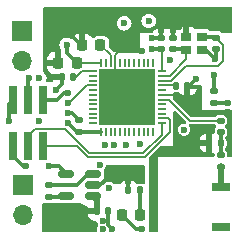
<source format=gbr>
%TF.GenerationSoftware,KiCad,Pcbnew,7.0.10*%
%TF.CreationDate,2024-03-11T17:01:08-07:00*%
%TF.ProjectId,P2.0,50322e30-2e6b-4696-9361-645f70636258,rev?*%
%TF.SameCoordinates,Original*%
%TF.FileFunction,Copper,L1,Top*%
%TF.FilePolarity,Positive*%
%FSLAX46Y46*%
G04 Gerber Fmt 4.6, Leading zero omitted, Abs format (unit mm)*
G04 Created by KiCad (PCBNEW 7.0.10) date 2024-03-11 17:01:08*
%MOMM*%
%LPD*%
G01*
G04 APERTURE LIST*
G04 Aperture macros list*
%AMRoundRect*
0 Rectangle with rounded corners*
0 $1 Rounding radius*
0 $2 $3 $4 $5 $6 $7 $8 $9 X,Y pos of 4 corners*
0 Add a 4 corners polygon primitive as box body*
4,1,4,$2,$3,$4,$5,$6,$7,$8,$9,$2,$3,0*
0 Add four circle primitives for the rounded corners*
1,1,$1+$1,$2,$3*
1,1,$1+$1,$4,$5*
1,1,$1+$1,$6,$7*
1,1,$1+$1,$8,$9*
0 Add four rect primitives between the rounded corners*
20,1,$1+$1,$2,$3,$4,$5,0*
20,1,$1+$1,$4,$5,$6,$7,0*
20,1,$1+$1,$6,$7,$8,$9,0*
20,1,$1+$1,$8,$9,$2,$3,0*%
G04 Aperture macros list end*
%TA.AperFunction,SMDPad,CuDef*%
%ADD10RoundRect,0.140000X0.140000X0.170000X-0.140000X0.170000X-0.140000X-0.170000X0.140000X-0.170000X0*%
%TD*%
%TA.AperFunction,SMDPad,CuDef*%
%ADD11RoundRect,0.135000X-0.135000X-0.185000X0.135000X-0.185000X0.135000X0.185000X-0.135000X0.185000X0*%
%TD*%
%TA.AperFunction,SMDPad,CuDef*%
%ADD12R,1.600000X0.800000*%
%TD*%
%TA.AperFunction,SMDPad,CuDef*%
%ADD13RoundRect,0.147500X-0.172500X0.147500X-0.172500X-0.147500X0.172500X-0.147500X0.172500X0.147500X0*%
%TD*%
%TA.AperFunction,SMDPad,CuDef*%
%ADD14RoundRect,0.150000X0.512500X0.150000X-0.512500X0.150000X-0.512500X-0.150000X0.512500X-0.150000X0*%
%TD*%
%TA.AperFunction,SMDPad,CuDef*%
%ADD15RoundRect,0.140000X0.170000X-0.140000X0.170000X0.140000X-0.170000X0.140000X-0.170000X-0.140000X0*%
%TD*%
%TA.AperFunction,ComponentPad*%
%ADD16R,1.700000X1.700000*%
%TD*%
%TA.AperFunction,ComponentPad*%
%ADD17O,1.700000X1.700000*%
%TD*%
%TA.AperFunction,SMDPad,CuDef*%
%ADD18R,0.850000X0.750000*%
%TD*%
%TA.AperFunction,SMDPad,CuDef*%
%ADD19RoundRect,0.140000X-0.170000X0.140000X-0.170000X-0.140000X0.170000X-0.140000X0.170000X0.140000X0*%
%TD*%
%TA.AperFunction,SMDPad,CuDef*%
%ADD20RoundRect,0.147500X-0.147500X-0.172500X0.147500X-0.172500X0.147500X0.172500X-0.147500X0.172500X0*%
%TD*%
%TA.AperFunction,SMDPad,CuDef*%
%ADD21RoundRect,0.225000X0.225000X0.250000X-0.225000X0.250000X-0.225000X-0.250000X0.225000X-0.250000X0*%
%TD*%
%TA.AperFunction,SMDPad,CuDef*%
%ADD22RoundRect,0.135000X-0.185000X0.135000X-0.185000X-0.135000X0.185000X-0.135000X0.185000X0.135000X0*%
%TD*%
%TA.AperFunction,SMDPad,CuDef*%
%ADD23R,0.760000X2.400000*%
%TD*%
%TA.AperFunction,SMDPad,CuDef*%
%ADD24RoundRect,0.218750X-0.218750X-0.256250X0.218750X-0.256250X0.218750X0.256250X-0.218750X0.256250X0*%
%TD*%
%TA.AperFunction,SMDPad,CuDef*%
%ADD25R,0.762000X0.203200*%
%TD*%
%TA.AperFunction,SMDPad,CuDef*%
%ADD26R,0.203200X0.762000*%
%TD*%
%TA.AperFunction,SMDPad,CuDef*%
%ADD27R,4.699000X4.699000*%
%TD*%
%TA.AperFunction,ViaPad*%
%ADD28C,0.600000*%
%TD*%
%TA.AperFunction,ViaPad*%
%ADD29C,0.800000*%
%TD*%
%TA.AperFunction,Conductor*%
%ADD30C,0.300000*%
%TD*%
%TA.AperFunction,Conductor*%
%ADD31C,0.150000*%
%TD*%
%TA.AperFunction,Conductor*%
%ADD32C,0.500000*%
%TD*%
G04 APERTURE END LIST*
D10*
%TO.P,C11,1*%
%TO.N,GND*%
X83780000Y-67000000D03*
%TO.P,C11,2*%
%TO.N,-3V3*%
X82820000Y-67000000D03*
%TD*%
D11*
%TO.P,R18,1*%
%TO.N,+3V3*%
X85490000Y-65250000D03*
%TO.P,R18,2*%
%TO.N,Net-(D1-A)*%
X86510000Y-65250000D03*
%TD*%
D10*
%TO.P,C17,1*%
%TO.N,GND*%
X90480000Y-56400000D03*
%TO.P,C17,2*%
%TO.N,Net-(U5-DEC3)*%
X89520000Y-56400000D03*
%TD*%
D12*
%TO.P,AE1,1,FEED*%
%TO.N,Net-(AE1-FEED)*%
X93300000Y-64962500D03*
%TO.P,AE1,2,PCB_Trace*%
%TO.N,unconnected-(AE1-PCB_Trace-Pad2)*%
X93300000Y-68362500D03*
%TD*%
D13*
%TO.P,L2,1,1*%
%TO.N,Net-(C15-Pad1)*%
X93300000Y-62262500D03*
%TO.P,L2,2,2*%
%TO.N,Net-(AE1-FEED)*%
X93300000Y-63232500D03*
%TD*%
D14*
%TO.P,U4,1,OUT*%
%TO.N,-3V3*%
X82500000Y-65750000D03*
%TO.P,U4,2,IN*%
%TO.N,+3V3*%
X82500000Y-64800000D03*
%TO.P,U4,3,CFLY-*%
%TO.N,Net-(U4-CFLY-)*%
X82500000Y-63850000D03*
%TO.P,U4,4,GND*%
%TO.N,GND*%
X80225000Y-63850000D03*
%TO.P,U4,5,CFLY+*%
%TO.N,Net-(U4-CFLY+)*%
X80225000Y-65750000D03*
%TD*%
D15*
%TO.P,C14,1*%
%TO.N,+3V3*%
X81300000Y-60260000D03*
%TO.P,C14,2*%
%TO.N,GND*%
X81300000Y-59300000D03*
%TD*%
D16*
%TO.P,J1,1,Pin_1*%
%TO.N,/EEG-*%
X76500000Y-51750000D03*
D17*
%TO.P,J1,2,Pin_2*%
%TO.N,/EEG+*%
X76500000Y-54290000D03*
%TD*%
D18*
%TO.P,Y1,1,1*%
%TO.N,Net-(U5-XC2)*%
X90378999Y-53329001D03*
%TO.P,Y1,2,2*%
%TO.N,GND*%
X91728999Y-53329001D03*
%TO.P,Y1,3,3*%
%TO.N,Net-(U5-XC1)*%
X91728999Y-52279001D03*
%TO.P,Y1,4,4*%
%TO.N,GND*%
X90378999Y-52279001D03*
%TD*%
D19*
%TO.P,C13,1*%
%TO.N,GND*%
X88278999Y-52319001D03*
%TO.P,C13,2*%
%TO.N,+3V3*%
X88278999Y-53279001D03*
%TD*%
D10*
%TO.P,C12,1*%
%TO.N,Net-(U5-DEC1)*%
X80805000Y-55650000D03*
%TO.P,C12,2*%
%TO.N,GND*%
X79845000Y-55650000D03*
%TD*%
D20*
%TO.P,L3,1,1*%
%TO.N,GND*%
X92330000Y-61250000D03*
%TO.P,L3,2,2*%
%TO.N,Net-(C15-Pad1)*%
X93300000Y-61250000D03*
%TD*%
D15*
%TO.P,C18,1*%
%TO.N,GND*%
X92878999Y-53279001D03*
%TO.P,C18,2*%
%TO.N,Net-(U5-XC1)*%
X92878999Y-52319001D03*
%TD*%
D21*
%TO.P,C19,1*%
%TO.N,Net-(U5-DEC4)*%
X83125000Y-52950000D03*
%TO.P,C19,2*%
%TO.N,GND*%
X81575000Y-52950000D03*
%TD*%
D22*
%TO.P,R13,1*%
%TO.N,Net-(U2-IN2-)*%
X92700000Y-56790000D03*
%TO.P,R13,2*%
%TO.N,Net-(C3-Pad2)*%
X92700000Y-57810000D03*
%TD*%
D19*
%TO.P,C16,1*%
%TO.N,GND*%
X89228999Y-52319001D03*
%TO.P,C16,2*%
%TO.N,Net-(U5-XC2)*%
X89228999Y-53279001D03*
%TD*%
D21*
%TO.P,C20,1*%
%TO.N,+3V3*%
X81100000Y-54450000D03*
%TO.P,C20,2*%
%TO.N,GND*%
X79550000Y-54450000D03*
%TD*%
D23*
%TO.P,J2,1,Pin_1*%
%TO.N,-3V3*%
X75710000Y-57600000D03*
%TO.P,J2,2,Pin_2*%
%TO.N,+3V3*%
X76980000Y-57600000D03*
%TO.P,J2,3,Pin_3*%
%TO.N,STAGE_3_OUT*%
X78250000Y-57600000D03*
%TO.P,J2,4,Pin_4*%
%TO.N,SWDIO*%
X78250000Y-61500000D03*
%TO.P,J2,5,Pin_5*%
%TO.N,SWDCLK*%
X76980000Y-61500000D03*
%TO.P,J2,6,Pin_6*%
%TO.N,GND*%
X75710000Y-61500000D03*
%TD*%
D15*
%TO.P,C15,1*%
%TO.N,Net-(C15-Pad1)*%
X93300000Y-60300000D03*
%TO.P,C15,2*%
%TO.N,Net-(U5-ANT)*%
X93300000Y-59340000D03*
%TD*%
D24*
%TO.P,D1,1,K*%
%TO.N,GND*%
X84925000Y-67300000D03*
%TO.P,D1,2,A*%
%TO.N,Net-(D1-A)*%
X86500000Y-67300000D03*
%TD*%
D16*
%TO.P,BT1,1,+*%
%TO.N,Net-(BT1-+)*%
X76525000Y-64800000D03*
D17*
%TO.P,BT1,2,-*%
%TO.N,GND*%
X76525000Y-67340000D03*
%TD*%
D15*
%TO.P,C10,1*%
%TO.N,Net-(U4-CFLY+)*%
X78800000Y-65760000D03*
%TO.P,C10,2*%
%TO.N,Net-(U4-CFLY-)*%
X78800000Y-64800000D03*
%TD*%
D25*
%TO.P,U5,1,DEC1*%
%TO.N,Net-(U5-DEC1)*%
X82458000Y-55150000D03*
%TO.P,U5,2,P0.00/XL1*%
%TO.N,unconnected-(U5-P0.00{slash}XL1-Pad2)*%
X82458000Y-55550002D03*
%TO.P,U5,3,P0.01/XL2*%
%TO.N,unconnected-(U5-P0.01{slash}XL2-Pad3)*%
X82458000Y-55950001D03*
%TO.P,U5,4,P0.02/AIN0*%
%TO.N,STAGE_3_OUT*%
X82458000Y-56350000D03*
%TO.P,U5,5,P0.03/AIN1*%
%TO.N,unconnected-(U5-P0.03{slash}AIN1-Pad5)*%
X82458000Y-56750002D03*
%TO.P,U5,6,P0.04/AIN2*%
%TO.N,unconnected-(U5-P0.04{slash}AIN2-Pad6)*%
X82458000Y-57150001D03*
%TO.P,U5,7,P0.05/AIN3*%
%TO.N,unconnected-(U5-P0.05{slash}AIN3-Pad7)*%
X82458000Y-57550001D03*
%TO.P,U5,8,P0.06*%
%TO.N,unconnected-(U5-P0.06-Pad8)*%
X82458000Y-57950000D03*
%TO.P,U5,9,P0.07*%
%TO.N,unconnected-(U5-P0.07-Pad9)*%
X82458000Y-58350002D03*
%TO.P,U5,10,P0.08*%
%TO.N,unconnected-(U5-P0.08-Pad10)*%
X82458000Y-58750001D03*
%TO.P,U5,11,NFC1/P0.09*%
%TO.N,unconnected-(U5-NFC1{slash}P0.09-Pad11)*%
X82458000Y-59150000D03*
%TO.P,U5,12,NFC2/P0.10*%
%TO.N,unconnected-(U5-NFC2{slash}P0.10-Pad12)*%
X82458000Y-59550002D03*
D26*
%TO.P,U5,13,VDD*%
%TO.N,+3V3*%
X83178999Y-60271001D03*
%TO.P,U5,14,P0.11*%
%TO.N,unconnected-(U5-P0.11-Pad14)*%
X83579001Y-60271001D03*
%TO.P,U5,15,P0.12*%
%TO.N,unconnected-(U5-P0.12-Pad15)*%
X83979000Y-60271001D03*
%TO.P,U5,16,P0.13*%
%TO.N,unconnected-(U5-P0.13-Pad16)*%
X84378999Y-60271001D03*
%TO.P,U5,17,P0.14/TRACEDATA[3]*%
%TO.N,unconnected-(U5-P0.14{slash}TRACEDATA[3]-Pad17)*%
X84779001Y-60271001D03*
%TO.P,U5,18,P0.15/TRACEDATA[2]*%
%TO.N,unconnected-(U5-P0.15{slash}TRACEDATA[2]-Pad18)*%
X85179000Y-60271001D03*
%TO.P,U5,19,P0.16/TRACEDATA[1]*%
%TO.N,unconnected-(U5-P0.16{slash}TRACEDATA[1]-Pad19)*%
X85579000Y-60271001D03*
%TO.P,U5,20,P0.17*%
%TO.N,unconnected-(U5-P0.17-Pad20)*%
X85978999Y-60271001D03*
%TO.P,U5,21,P0.18/TRACEDATA[0]/SWO*%
%TO.N,unconnected-(U5-P0.18{slash}TRACEDATA[0]{slash}SWO-Pad21)*%
X86379001Y-60271001D03*
%TO.P,U5,22,P0.19*%
%TO.N,unconnected-(U5-P0.19-Pad22)*%
X86779000Y-60271001D03*
%TO.P,U5,23,P0.20/TRACECLK*%
%TO.N,unconnected-(U5-P0.20{slash}TRACECLK-Pad23)*%
X87178999Y-60271001D03*
%TO.P,U5,24,P0.21/Nreset*%
%TO.N,unconnected-(U5-P0.21{slash}Nreset-Pad24)*%
X87579001Y-60271001D03*
D25*
%TO.P,U5,25,SWDCLK*%
%TO.N,SWDCLK*%
X88300000Y-59550002D03*
%TO.P,U5,26,SWDIO*%
%TO.N,SWDIO*%
X88300000Y-59150000D03*
%TO.P,U5,27,P0.22*%
%TO.N,unconnected-(U5-P0.22-Pad27)*%
X88300000Y-58750001D03*
%TO.P,U5,28,P0.23*%
%TO.N,unconnected-(U5-P0.23-Pad28)*%
X88300000Y-58350002D03*
%TO.P,U5,29,P0.24*%
%TO.N,unconnected-(U5-P0.24-Pad29)*%
X88300000Y-57950000D03*
%TO.P,U5,30,ANT*%
%TO.N,Net-(U5-ANT)*%
X88300000Y-57550001D03*
%TO.P,U5,31,VSS*%
%TO.N,GND*%
X88300000Y-57150001D03*
%TO.P,U5,32,DEC2*%
%TO.N,unconnected-(U5-DEC2-Pad32)*%
X88300000Y-56750002D03*
%TO.P,U5,33,DEC3*%
%TO.N,Net-(U5-DEC3)*%
X88300000Y-56350000D03*
%TO.P,U5,34,XC1*%
%TO.N,Net-(U5-XC1)*%
X88300000Y-55950001D03*
%TO.P,U5,35,XC2*%
%TO.N,Net-(U5-XC2)*%
X88300000Y-55550002D03*
%TO.P,U5,36,VDD*%
%TO.N,+3V3*%
X88300000Y-55150000D03*
D26*
%TO.P,U5,37,P0.25*%
%TO.N,unconnected-(U5-P0.25-Pad37)*%
X87579001Y-54429001D03*
%TO.P,U5,38,P0.26*%
%TO.N,unconnected-(U5-P0.26-Pad38)*%
X87178999Y-54429001D03*
%TO.P,U5,39,P0.27*%
%TO.N,unconnected-(U5-P0.27-Pad39)*%
X86779000Y-54429001D03*
%TO.P,U5,40,P0.28/AIN4*%
%TO.N,unconnected-(U5-P0.28{slash}AIN4-Pad40)*%
X86379001Y-54429001D03*
%TO.P,U5,41,P0.29/AIN5*%
%TO.N,unconnected-(U5-P0.29{slash}AIN5-Pad41)*%
X85978999Y-54429001D03*
%TO.P,U5,42,P0.30/AIN6*%
%TO.N,unconnected-(U5-P0.30{slash}AIN6-Pad42)*%
X85579000Y-54429001D03*
%TO.P,U5,43,P0.31/AIN7*%
%TO.N,unconnected-(U5-P0.31{slash}AIN7-Pad43)*%
X85179000Y-54429001D03*
%TO.P,U5,44,NC*%
%TO.N,unconnected-(U5-NC-Pad44)*%
X84779001Y-54429001D03*
%TO.P,U5,45,VSS*%
%TO.N,GND*%
X84378999Y-54429001D03*
%TO.P,U5,46,DEC4*%
%TO.N,Net-(U5-DEC4)*%
X83979000Y-54429001D03*
%TO.P,U5,47,DCC*%
%TO.N,unconnected-(U5-DCC-Pad47)*%
X83579001Y-54429001D03*
%TO.P,U5,48,VDD*%
%TO.N,+3V3*%
X83178999Y-54429001D03*
D27*
%TO.P,U5,49,EPAD*%
%TO.N,GND*%
X85379000Y-57350001D03*
%TD*%
D28*
%TO.N,GND*%
X87450000Y-52300000D03*
X83850000Y-65000000D03*
X83500000Y-61400000D03*
X86650000Y-53400000D03*
X88300000Y-50900000D03*
X77900000Y-59400000D03*
X90350000Y-50900000D03*
X92850000Y-54100000D03*
X79350000Y-56700000D03*
X83700000Y-51050000D03*
X78800000Y-63200000D03*
X80400000Y-58700000D03*
X93900000Y-58600000D03*
X85300000Y-61400000D03*
X89800000Y-51400000D03*
X92350000Y-50850000D03*
X89250000Y-50900000D03*
X76800000Y-63200000D03*
X79100000Y-51050000D03*
X83300000Y-68500000D03*
X86200000Y-51050000D03*
D29*
X91000000Y-61700000D03*
D28*
X84100000Y-68500000D03*
X83300000Y-67800000D03*
X83100000Y-63050000D03*
X79100000Y-52900000D03*
X80450000Y-51950000D03*
X81200000Y-51050000D03*
X91200000Y-55800000D03*
X86600000Y-68500000D03*
%TO.N,+3V3*%
X84300000Y-61400000D03*
X90200000Y-60100000D03*
X83900000Y-64000000D03*
X87450000Y-53300000D03*
X77050000Y-55750000D03*
X80400000Y-59500000D03*
X77950000Y-55750000D03*
X85200000Y-64000000D03*
X80250000Y-52900000D03*
%TO.N,Net-(C3-Pad2)*%
X93900000Y-57800000D03*
%TO.N,Net-(C5-Pad1)*%
X87200000Y-50900000D03*
X86500000Y-61300000D03*
%TO.N,Net-(U2-IN2-)*%
X92700000Y-55500000D03*
%TO.N,STAGE_3_OUT*%
X80400000Y-57025000D03*
X80400000Y-57875000D03*
%TO.N,-3V3*%
X89050000Y-54200000D03*
X85150000Y-51100000D03*
X80200000Y-68300000D03*
X75400000Y-59400000D03*
X78700000Y-68300000D03*
%TD*%
D30*
%TO.N,GND*%
X79550000Y-54450000D02*
X79550000Y-53350000D01*
X79550000Y-53350000D02*
X79100000Y-52900000D01*
X86125000Y-68500000D02*
X86600000Y-68500000D01*
X84925000Y-67300000D02*
X86125000Y-68500000D01*
D31*
%TO.N,STAGE_3_OUT*%
X80425000Y-57875000D02*
X80400000Y-57875000D01*
X81950000Y-56350000D02*
X80425000Y-57875000D01*
X82458000Y-56350000D02*
X81950000Y-56350000D01*
%TO.N,Net-(U5-XC2)*%
X90378999Y-54145247D02*
X90378999Y-53329001D01*
X88974244Y-55550002D02*
X90378999Y-54145247D01*
X88300000Y-55550002D02*
X88974244Y-55550002D01*
%TO.N,Net-(U5-XC1)*%
X93463999Y-54299174D02*
X93463999Y-52904001D01*
X93088173Y-54675000D02*
X93463999Y-54299174D01*
X93463999Y-52904001D02*
X92878999Y-52319001D01*
X90344220Y-54675000D02*
X93088173Y-54675000D01*
X88300000Y-55950001D02*
X89069219Y-55950001D01*
X89069219Y-55950001D02*
X90344220Y-54675000D01*
D30*
%TO.N,GND*%
X89228999Y-52319001D02*
X89228999Y-50921001D01*
X88278999Y-50921001D02*
X88300000Y-50900000D01*
X90378999Y-52279001D02*
X90378999Y-50928999D01*
X75710000Y-62320000D02*
X76590000Y-63200000D01*
X79845000Y-55650000D02*
X79845000Y-56205000D01*
D31*
X84845402Y-53350000D02*
X85300000Y-53350000D01*
D30*
X92878999Y-54071001D02*
X92850000Y-54100000D01*
X79845000Y-56205000D02*
X79350000Y-56700000D01*
X78800000Y-63200000D02*
X79575000Y-63200000D01*
X90600000Y-56400000D02*
X91200000Y-55800000D01*
X91728999Y-53329001D02*
X92079001Y-53329001D01*
D31*
X84378999Y-53816403D02*
X84845402Y-53350000D01*
X84378999Y-54429001D02*
X84378999Y-56350000D01*
D30*
X81450000Y-52950000D02*
X80450000Y-51950000D01*
X79575000Y-63200000D02*
X80225000Y-63850000D01*
X81575000Y-52950000D02*
X81450000Y-52950000D01*
X87469001Y-52319001D02*
X87450000Y-52300000D01*
X80400000Y-58700000D02*
X80700000Y-58700000D01*
D31*
X84378999Y-56350000D02*
X85379000Y-57350001D01*
D30*
X76590000Y-63200000D02*
X76800000Y-63200000D01*
X80700000Y-58700000D02*
X81300000Y-59300000D01*
X89228999Y-50921001D02*
X89250000Y-50900000D01*
X92079001Y-53329001D02*
X92850000Y-54100000D01*
X75710000Y-61500000D02*
X75710000Y-62320000D01*
X90480000Y-56400000D02*
X90600000Y-56400000D01*
D31*
X84378999Y-54429001D02*
X84378999Y-53816403D01*
D30*
X83780000Y-67000000D02*
X83780000Y-68180000D01*
X88278999Y-52319001D02*
X88278999Y-50921001D01*
X83780000Y-68180000D02*
X84100000Y-68500000D01*
X88278999Y-52319001D02*
X87469001Y-52319001D01*
X92878999Y-53279001D02*
X92878999Y-54071001D01*
D31*
X88300000Y-57150001D02*
X89450000Y-57150000D01*
D30*
X90378999Y-50928999D02*
X90350000Y-50900000D01*
%TO.N,+3V3*%
X80400000Y-59500000D02*
X81160000Y-60260000D01*
X81300000Y-60330000D02*
X83078402Y-60330000D01*
X81160000Y-60260000D02*
X81300000Y-60260000D01*
X83100000Y-64800000D02*
X83900000Y-64000000D01*
D31*
X81100000Y-54450000D02*
X83158000Y-54450000D01*
D30*
X76980000Y-57600000D02*
X76980000Y-55820000D01*
X83078402Y-60330000D02*
X83137401Y-60271001D01*
D31*
X83158000Y-54450000D02*
X83178999Y-54429001D01*
D30*
X81100000Y-54450000D02*
X80250000Y-53600000D01*
X76980000Y-55820000D02*
X77050000Y-55750000D01*
X80250000Y-53600000D02*
X80250000Y-52900000D01*
X88278999Y-53279001D02*
X87470999Y-53279001D01*
X87470999Y-53279001D02*
X87450000Y-53300000D01*
X85490000Y-65250000D02*
X85490000Y-64290000D01*
D31*
X88300000Y-53300002D02*
X88278999Y-53279001D01*
D30*
X85490000Y-64290000D02*
X85200000Y-64000000D01*
D31*
X88278999Y-55128999D02*
X88300000Y-55150000D01*
D30*
X82500000Y-64800000D02*
X83100000Y-64800000D01*
D31*
X88300000Y-55150000D02*
X88300000Y-53300002D01*
D32*
%TO.N,Net-(AE1-FEED)*%
X93300000Y-63185000D02*
X93300000Y-64962500D01*
D30*
%TO.N,Net-(C3-Pad2)*%
X93890000Y-57810000D02*
X93900000Y-57800000D01*
X92700000Y-57810000D02*
X93890000Y-57810000D01*
%TO.N,Net-(U2-IN2-)*%
X92700000Y-56790000D02*
X92700000Y-55500000D01*
%TO.N,STAGE_3_OUT*%
X80015000Y-57025000D02*
X79440000Y-57600000D01*
X79440000Y-57600000D02*
X78250000Y-57600000D01*
X80400000Y-57025000D02*
X80015000Y-57025000D01*
%TO.N,Net-(U4-CFLY+)*%
X78800000Y-65760000D02*
X80215000Y-65760000D01*
X80215000Y-65760000D02*
X80225000Y-65750000D01*
%TO.N,Net-(U4-CFLY-)*%
X81126238Y-64800000D02*
X82076238Y-63850000D01*
X82076238Y-63850000D02*
X82500000Y-63850000D01*
X78800000Y-64800000D02*
X81126238Y-64800000D01*
D32*
%TO.N,-3V3*%
X82820000Y-66070000D02*
X82500000Y-65750000D01*
D30*
X75400000Y-57910000D02*
X75710000Y-57600000D01*
X75400000Y-59400000D02*
X75400000Y-57910000D01*
D32*
X82820000Y-67000000D02*
X82820000Y-66070000D01*
D31*
%TO.N,Net-(U5-DEC1)*%
X82458000Y-55150000D02*
X81588342Y-55150000D01*
X81088342Y-55650000D02*
X80805000Y-55650000D01*
X81588342Y-55150000D02*
X81088342Y-55650000D01*
D30*
%TO.N,Net-(C15-Pad1)*%
X93300000Y-60300000D02*
X93300000Y-61250000D01*
X93300000Y-61250000D02*
X93300000Y-62262500D01*
D31*
%TO.N,Net-(U5-ANT)*%
X88912601Y-57550001D02*
X90702600Y-59340000D01*
X88300000Y-57550001D02*
X88912601Y-57550001D01*
X90702600Y-59340000D02*
X93300000Y-59340000D01*
D30*
%TO.N,Net-(U5-XC2)*%
X89228999Y-53279001D02*
X90328999Y-53279001D01*
X90328999Y-53279001D02*
X90378999Y-53329001D01*
D31*
%TO.N,Net-(U5-DEC3)*%
X88300000Y-56350000D02*
X89470000Y-56350000D01*
X89470000Y-56350000D02*
X89520000Y-56400000D01*
D30*
%TO.N,Net-(U5-XC1)*%
X91728999Y-52279001D02*
X92838999Y-52279001D01*
X92838999Y-52279001D02*
X92878999Y-52319001D01*
D31*
%TO.N,Net-(U5-DEC4)*%
X83125000Y-52950000D02*
X83979000Y-53804000D01*
X83979000Y-53804000D02*
X83979000Y-54429001D01*
D30*
%TO.N,Net-(D1-A)*%
X86510000Y-67290000D02*
X86500000Y-67300000D01*
X86510000Y-65250000D02*
X86510000Y-67290000D01*
D31*
%TO.N,SWDCLK*%
X86742001Y-62075000D02*
X88300000Y-60517001D01*
X77595000Y-60025000D02*
X80125000Y-60025000D01*
X76980000Y-60640000D02*
X77595000Y-60025000D01*
X88300000Y-60517001D02*
X88300000Y-59550002D01*
X80125000Y-60025000D02*
X82175000Y-62075000D01*
X82175000Y-62075000D02*
X86742001Y-62075000D01*
X76980000Y-61500000D02*
X76980000Y-60640000D01*
%TO.N,SWDIO*%
X82030025Y-62425000D02*
X86886975Y-62425000D01*
X89000000Y-60311975D02*
X89000000Y-59300000D01*
X88850000Y-59150000D02*
X88300000Y-59150000D01*
X78250000Y-61500000D02*
X81105026Y-61500000D01*
X86886975Y-62425000D02*
X89000000Y-60311975D01*
X81105026Y-61500000D02*
X82030025Y-62425000D01*
X89000000Y-59300000D02*
X88850000Y-59150000D01*
%TD*%
%TA.AperFunction,Conductor*%
%TO.N,GND*%
G36*
X94242539Y-49720185D02*
G01*
X94288294Y-49772989D01*
X94299500Y-49824500D01*
X94299500Y-51826000D01*
X94279815Y-51893039D01*
X94227011Y-51938794D01*
X94175500Y-51950000D01*
X93490065Y-51950000D01*
X93423026Y-51930315D01*
X93390295Y-51899633D01*
X93364000Y-51864004D01*
X93363992Y-51863996D01*
X93257157Y-51785149D01*
X93257156Y-51785148D01*
X93131825Y-51741292D01*
X93131813Y-51741290D01*
X93102069Y-51738501D01*
X93102065Y-51738501D01*
X92655933Y-51738501D01*
X92655929Y-51738501D01*
X92626184Y-51741290D01*
X92626172Y-51741292D01*
X92543898Y-51770082D01*
X92474119Y-51773644D01*
X92413492Y-51738916D01*
X92411781Y-51736812D01*
X92326764Y-51651795D01*
X92223991Y-51606416D01*
X92198867Y-51603501D01*
X91265695Y-51603501D01*
X91198656Y-51583816D01*
X91166430Y-51553814D01*
X91161188Y-51546812D01*
X91161186Y-51546810D01*
X91046092Y-51460650D01*
X91046085Y-51460646D01*
X90911378Y-51410404D01*
X90911371Y-51410402D01*
X90851843Y-51404001D01*
X90628999Y-51404001D01*
X90628999Y-51950000D01*
X90128999Y-51950000D01*
X90128999Y-51404001D01*
X89906154Y-51404001D01*
X89846626Y-51410402D01*
X89846619Y-51410404D01*
X89711912Y-51460646D01*
X89711909Y-51460648D01*
X89624000Y-51526457D01*
X89558535Y-51550874D01*
X89515096Y-51546267D01*
X89499916Y-51541857D01*
X89499907Y-51541855D01*
X89478999Y-51540210D01*
X89478999Y-51950000D01*
X88978999Y-51950000D01*
X88978999Y-51540211D01*
X88978998Y-51540210D01*
X88958086Y-51541855D01*
X88958080Y-51541856D01*
X88795313Y-51589145D01*
X88794924Y-51587806D01*
X88733893Y-51595335D01*
X88712694Y-51589110D01*
X88712685Y-51589145D01*
X88549917Y-51541856D01*
X88549911Y-51541855D01*
X88528999Y-51540210D01*
X88528999Y-51950000D01*
X88028999Y-51950000D01*
X88028999Y-51540211D01*
X88028998Y-51540210D01*
X88008086Y-51541855D01*
X88008080Y-51541856D01*
X87852808Y-51586967D01*
X87852803Y-51586969D01*
X87713624Y-51669279D01*
X87713615Y-51669286D01*
X87599284Y-51783617D01*
X87599277Y-51783626D01*
X87536888Y-51889121D01*
X87485819Y-51936805D01*
X87430156Y-51950000D01*
X86450000Y-51950000D01*
X86450000Y-53476000D01*
X86430315Y-53543039D01*
X86377511Y-53588794D01*
X86326000Y-53600000D01*
X84732598Y-53600000D01*
X84689264Y-53592182D01*
X84587975Y-53554403D01*
X84587971Y-53554402D01*
X84528443Y-53548001D01*
X84305401Y-53548001D01*
X84238362Y-53528316D01*
X84217720Y-53511682D01*
X83911819Y-53205781D01*
X83878334Y-53144458D01*
X83875500Y-53118100D01*
X83875500Y-52658862D01*
X83875500Y-52658856D01*
X83865359Y-52574410D01*
X83812364Y-52440025D01*
X83812363Y-52440024D01*
X83812363Y-52440023D01*
X83725078Y-52324921D01*
X83609976Y-52237636D01*
X83475588Y-52184640D01*
X83432242Y-52179435D01*
X83391144Y-52174500D01*
X82858856Y-52174500D01*
X82820841Y-52179065D01*
X82774411Y-52184640D01*
X82640023Y-52237636D01*
X82562545Y-52296390D01*
X82497233Y-52321213D01*
X82428869Y-52306785D01*
X82382082Y-52262684D01*
X82372573Y-52247268D01*
X82252732Y-52127427D01*
X82252728Y-52127424D01*
X82108492Y-52038457D01*
X82108481Y-52038452D01*
X81947606Y-51985144D01*
X81848322Y-51975000D01*
X81825000Y-51975000D01*
X81825000Y-53076000D01*
X81805315Y-53143039D01*
X81752511Y-53188794D01*
X81701000Y-53200000D01*
X81449000Y-53200000D01*
X81381961Y-53180315D01*
X81336206Y-53127511D01*
X81325000Y-53076000D01*
X81325000Y-51974999D01*
X81301693Y-51975000D01*
X81301674Y-51975001D01*
X81202392Y-51985144D01*
X81041518Y-52038452D01*
X81041507Y-52038457D01*
X80897271Y-52127424D01*
X80897267Y-52127427D01*
X80777426Y-52247268D01*
X80723372Y-52334902D01*
X80671423Y-52381626D01*
X80602460Y-52392847D01*
X80555842Y-52377196D01*
X80552843Y-52375465D01*
X80552838Y-52375463D01*
X80406762Y-52314956D01*
X80406760Y-52314955D01*
X80250001Y-52294318D01*
X80249999Y-52294318D01*
X80093239Y-52314955D01*
X80093237Y-52314956D01*
X79947160Y-52375463D01*
X79821718Y-52471718D01*
X79725463Y-52597160D01*
X79664956Y-52743237D01*
X79664955Y-52743239D01*
X79644318Y-52899998D01*
X79644318Y-52900001D01*
X79664955Y-53056760D01*
X79664957Y-53056765D01*
X79725461Y-53202836D01*
X79725464Y-53202841D01*
X79773876Y-53265933D01*
X79799070Y-53331102D01*
X79799500Y-53341419D01*
X79799500Y-53567738D01*
X79798720Y-53581623D01*
X79794729Y-53617033D01*
X79797838Y-53633459D01*
X79800000Y-53656514D01*
X79800000Y-54576000D01*
X79780315Y-54643039D01*
X79727511Y-54688794D01*
X79676000Y-54700000D01*
X78600001Y-54700000D01*
X78600001Y-54748322D01*
X78610144Y-54847607D01*
X78663452Y-55008481D01*
X78663457Y-55008492D01*
X78752424Y-55152728D01*
X78752427Y-55152732D01*
X78872267Y-55272572D01*
X78872271Y-55272575D01*
X79016507Y-55361542D01*
X79019274Y-55362832D01*
X79057934Y-55391047D01*
X79066210Y-55400000D01*
X79971000Y-55400000D01*
X80038039Y-55419685D01*
X80083794Y-55472489D01*
X80095000Y-55524000D01*
X80095000Y-55776000D01*
X80075315Y-55843039D01*
X80022511Y-55888794D01*
X79971000Y-55900000D01*
X79066210Y-55900000D01*
X79067854Y-55920910D01*
X79073809Y-55941406D01*
X79073608Y-56011276D01*
X79035666Y-56069945D01*
X78972027Y-56098788D01*
X78954732Y-56100000D01*
X78686347Y-56100000D01*
X78678456Y-56099543D01*
X78678447Y-56099707D01*
X78674866Y-56099500D01*
X78674865Y-56099500D01*
X78674863Y-56099500D01*
X78640788Y-56099500D01*
X78573749Y-56079815D01*
X78527994Y-56027011D01*
X78518050Y-55957853D01*
X78526227Y-55928047D01*
X78535044Y-55906762D01*
X78555682Y-55750000D01*
X78535044Y-55593238D01*
X78474536Y-55447159D01*
X78378282Y-55321718D01*
X78378280Y-55321717D01*
X78378280Y-55321716D01*
X78348511Y-55298873D01*
X78307310Y-55242444D01*
X78300000Y-55200499D01*
X78300000Y-54200000D01*
X78600000Y-54200000D01*
X79300000Y-54200000D01*
X79300000Y-53474999D01*
X79276693Y-53475000D01*
X79276674Y-53475001D01*
X79177392Y-53485144D01*
X79016518Y-53538452D01*
X79016507Y-53538457D01*
X78872271Y-53627424D01*
X78872267Y-53627427D01*
X78752427Y-53747267D01*
X78752424Y-53747271D01*
X78663457Y-53891507D01*
X78663452Y-53891518D01*
X78610144Y-54052393D01*
X78600000Y-54151677D01*
X78600000Y-54200000D01*
X78300000Y-54200000D01*
X78300000Y-51100001D01*
X84544318Y-51100001D01*
X84564955Y-51256760D01*
X84564956Y-51256762D01*
X84625464Y-51402841D01*
X84721718Y-51528282D01*
X84847159Y-51624536D01*
X84993238Y-51685044D01*
X85071619Y-51695363D01*
X85149999Y-51705682D01*
X85150000Y-51705682D01*
X85150001Y-51705682D01*
X85202254Y-51698802D01*
X85306762Y-51685044D01*
X85452841Y-51624536D01*
X85578282Y-51528282D01*
X85674536Y-51402841D01*
X85735044Y-51256762D01*
X85755682Y-51100000D01*
X85749989Y-51056760D01*
X85735044Y-50943239D01*
X85735044Y-50943238D01*
X85717135Y-50900001D01*
X86594318Y-50900001D01*
X86614955Y-51056760D01*
X86614956Y-51056762D01*
X86675464Y-51202841D01*
X86771718Y-51328282D01*
X86897159Y-51424536D01*
X87043238Y-51485044D01*
X87121619Y-51495363D01*
X87199999Y-51505682D01*
X87200000Y-51505682D01*
X87200001Y-51505682D01*
X87252254Y-51498802D01*
X87356762Y-51485044D01*
X87502841Y-51424536D01*
X87628282Y-51328282D01*
X87724536Y-51202841D01*
X87785044Y-51056762D01*
X87805682Y-50900000D01*
X87785044Y-50743238D01*
X87724536Y-50597159D01*
X87628282Y-50471718D01*
X87502841Y-50375464D01*
X87356762Y-50314956D01*
X87356760Y-50314955D01*
X87200001Y-50294318D01*
X87199999Y-50294318D01*
X87043239Y-50314955D01*
X87043237Y-50314956D01*
X86897160Y-50375463D01*
X86771718Y-50471718D01*
X86675463Y-50597160D01*
X86614956Y-50743237D01*
X86614955Y-50743239D01*
X86594318Y-50899998D01*
X86594318Y-50900001D01*
X85717135Y-50900001D01*
X85674536Y-50797159D01*
X85578282Y-50671718D01*
X85452841Y-50575464D01*
X85306762Y-50514956D01*
X85306760Y-50514955D01*
X85150001Y-50494318D01*
X85149999Y-50494318D01*
X84993239Y-50514955D01*
X84993237Y-50514956D01*
X84847160Y-50575463D01*
X84721718Y-50671718D01*
X84625463Y-50797160D01*
X84564956Y-50943237D01*
X84564955Y-50943239D01*
X84544318Y-51099998D01*
X84544318Y-51100001D01*
X78300000Y-51100001D01*
X78300000Y-49824500D01*
X78319685Y-49757461D01*
X78372489Y-49711706D01*
X78424000Y-49700500D01*
X94175500Y-49700500D01*
X94242539Y-49720185D01*
G37*
%TD.AperFunction*%
%TD*%
%TA.AperFunction,Conductor*%
%TO.N,-3V3*%
G36*
X81483937Y-66319685D02*
G01*
X81504579Y-66336319D01*
X81585938Y-66417678D01*
X81585947Y-66417685D01*
X81727303Y-66501282D01*
X81727306Y-66501283D01*
X81885004Y-66547099D01*
X81885010Y-66547100D01*
X81921850Y-66549999D01*
X81921866Y-66550000D01*
X81929732Y-66550000D01*
X81996771Y-66569685D01*
X82042526Y-66622489D01*
X82052470Y-66691647D01*
X82048808Y-66708596D01*
X82042855Y-66729084D01*
X82042854Y-66729087D01*
X82041209Y-66749999D01*
X82041210Y-66750000D01*
X82900000Y-66750000D01*
X82900000Y-67250000D01*
X82041210Y-67250000D01*
X82042854Y-67270910D01*
X82087968Y-67426195D01*
X82170278Y-67565374D01*
X82170285Y-67565383D01*
X82284616Y-67679714D01*
X82284625Y-67679721D01*
X82423803Y-67762030D01*
X82579090Y-67807145D01*
X82615362Y-67809999D01*
X82688341Y-67809999D01*
X82755381Y-67829683D01*
X82801137Y-67882486D01*
X82811081Y-67916350D01*
X82814834Y-67942454D01*
X82814835Y-67942457D01*
X82874623Y-68073373D01*
X82874627Y-68073378D01*
X82879418Y-68080833D01*
X82876547Y-68082677D01*
X82898736Y-68131251D01*
X82900000Y-68148909D01*
X82900000Y-68151090D01*
X82880315Y-68218129D01*
X82878681Y-68220311D01*
X82874622Y-68226628D01*
X82814834Y-68357543D01*
X82794353Y-68500000D01*
X82816097Y-68651235D01*
X82814279Y-68651496D01*
X82814278Y-68710438D01*
X82776502Y-68769215D01*
X82712945Y-68798238D01*
X82695302Y-68799500D01*
X78324000Y-68799500D01*
X78256961Y-68779815D01*
X78211206Y-68727011D01*
X78200000Y-68675500D01*
X78200000Y-66424000D01*
X78219685Y-66356961D01*
X78272489Y-66311206D01*
X78324000Y-66300000D01*
X81416898Y-66300000D01*
X81483937Y-66319685D01*
G37*
%TD.AperFunction*%
%TD*%
%TA.AperFunction,Conductor*%
%TO.N,GND*%
G36*
X89505203Y-58532665D02*
G01*
X89511681Y-58538697D01*
X90360803Y-59387819D01*
X90394288Y-59449142D01*
X90389304Y-59518834D01*
X90347432Y-59574767D01*
X90281968Y-59599184D01*
X90273122Y-59599500D01*
X90128036Y-59599500D01*
X89989949Y-59640045D01*
X89868873Y-59717856D01*
X89774623Y-59826626D01*
X89774622Y-59826628D01*
X89714834Y-59957543D01*
X89694353Y-60100000D01*
X89714834Y-60242456D01*
X89762514Y-60346859D01*
X89774623Y-60373373D01*
X89868872Y-60482143D01*
X89989947Y-60559953D01*
X89989950Y-60559954D01*
X89989949Y-60559954D01*
X90128036Y-60600499D01*
X90128038Y-60600500D01*
X90128039Y-60600500D01*
X90271962Y-60600500D01*
X90271962Y-60600499D01*
X90403722Y-60561812D01*
X90410050Y-60559954D01*
X90410050Y-60559953D01*
X90410053Y-60559953D01*
X90531128Y-60482143D01*
X90625377Y-60373373D01*
X90685165Y-60242457D01*
X90705647Y-60100000D01*
X90685165Y-59957543D01*
X90625377Y-59826627D01*
X90625374Y-59826623D01*
X90624357Y-59825449D01*
X90623711Y-59824036D01*
X90620582Y-59819166D01*
X90621282Y-59818715D01*
X90595333Y-59761893D01*
X90605277Y-59692735D01*
X90651033Y-59639932D01*
X90693883Y-59622630D01*
X90702598Y-59620896D01*
X90702600Y-59620897D01*
X90717758Y-59617881D01*
X90741944Y-59615500D01*
X92738488Y-59615500D01*
X92805527Y-59635185D01*
X92837379Y-59671651D01*
X92840553Y-59669429D01*
X92846775Y-59678315D01*
X92900779Y-59732319D01*
X92934264Y-59793642D01*
X92929280Y-59863334D01*
X92900779Y-59907681D01*
X92846776Y-59961683D01*
X92796027Y-60070514D01*
X92789500Y-60120098D01*
X92789500Y-60328718D01*
X92769815Y-60395757D01*
X92717011Y-60441512D01*
X92647853Y-60451456D01*
X92630905Y-60447795D01*
X92580000Y-60433006D01*
X92580000Y-62066991D01*
X92620905Y-62055108D01*
X92690775Y-62055308D01*
X92749445Y-62093251D01*
X92778288Y-62156889D01*
X92779500Y-62174185D01*
X92779500Y-62263500D01*
X92759815Y-62330539D01*
X92707011Y-62376294D01*
X92655500Y-62387500D01*
X88000000Y-62387500D01*
X88000000Y-68675500D01*
X87980315Y-68742539D01*
X87927511Y-68788294D01*
X87876000Y-68799500D01*
X87324000Y-68799500D01*
X87256961Y-68779815D01*
X87211206Y-68727011D01*
X87200000Y-68675500D01*
X87200000Y-62552952D01*
X87219685Y-62485913D01*
X87236319Y-62465271D01*
X88201590Y-61500000D01*
X91535954Y-61500000D01*
X91537889Y-61524597D01*
X91583529Y-61681692D01*
X91583531Y-61681697D01*
X91666806Y-61822508D01*
X91666812Y-61822516D01*
X91782483Y-61938187D01*
X91782491Y-61938193D01*
X91923302Y-62021468D01*
X92080000Y-62066992D01*
X92080000Y-61500000D01*
X91535954Y-61500000D01*
X88201590Y-61500000D01*
X88215271Y-61486319D01*
X88276594Y-61452834D01*
X88302952Y-61450000D01*
X89300000Y-61450000D01*
X89300000Y-61000000D01*
X91535953Y-61000000D01*
X92080000Y-61000000D01*
X92080000Y-60433006D01*
X92079998Y-60433005D01*
X91923307Y-60478528D01*
X91923304Y-60478530D01*
X91782491Y-60561806D01*
X91782483Y-60561812D01*
X91666812Y-60677483D01*
X91666806Y-60677491D01*
X91583531Y-60818302D01*
X91583529Y-60818307D01*
X91537890Y-60975396D01*
X91537888Y-60975408D01*
X91535953Y-61000000D01*
X89300000Y-61000000D01*
X89300000Y-58626378D01*
X89319685Y-58559339D01*
X89372489Y-58513584D01*
X89441647Y-58503640D01*
X89505203Y-58532665D01*
G37*
%TD.AperFunction*%
%TA.AperFunction,Conductor*%
G36*
X91643039Y-56319685D02*
G01*
X91688794Y-56372489D01*
X91700000Y-56424000D01*
X91700000Y-58450000D01*
X94175500Y-58450000D01*
X94242539Y-58469685D01*
X94288294Y-58522489D01*
X94299500Y-58574000D01*
X94299500Y-62263500D01*
X94279815Y-62330539D01*
X94227011Y-62376294D01*
X94175500Y-62387500D01*
X93944500Y-62387500D01*
X93877461Y-62367815D01*
X93831706Y-62315011D01*
X93820500Y-62263500D01*
X93820500Y-62081977D01*
X93820500Y-62081972D01*
X93810645Y-62014330D01*
X93759636Y-61909989D01*
X93759634Y-61909987D01*
X93759634Y-61909986D01*
X93693579Y-61843931D01*
X93660094Y-61782608D01*
X93665078Y-61712916D01*
X93693579Y-61668569D01*
X93734634Y-61627513D01*
X93734636Y-61627511D01*
X93785645Y-61523170D01*
X93795500Y-61455528D01*
X93795500Y-61044472D01*
X93785645Y-60976830D01*
X93734636Y-60872489D01*
X93734634Y-60872487D01*
X93734634Y-60872486D01*
X93714525Y-60852377D01*
X93681040Y-60791054D01*
X93686024Y-60721362D01*
X93714525Y-60677015D01*
X93720777Y-60670763D01*
X93753224Y-60638316D01*
X93803972Y-60529487D01*
X93810500Y-60479901D01*
X93810499Y-60120100D01*
X93803972Y-60070513D01*
X93753224Y-59961684D01*
X93699221Y-59907681D01*
X93665736Y-59846358D01*
X93670720Y-59776666D01*
X93699221Y-59732319D01*
X93724805Y-59706735D01*
X93753224Y-59678316D01*
X93803972Y-59569487D01*
X93810500Y-59519901D01*
X93810499Y-59160100D01*
X93803972Y-59110513D01*
X93753224Y-59001684D01*
X93668316Y-58916776D01*
X93559487Y-58866028D01*
X93559485Y-58866027D01*
X93559486Y-58866027D01*
X93509901Y-58859500D01*
X93090105Y-58859500D01*
X93074386Y-58861569D01*
X93040513Y-58866028D01*
X93040511Y-58866029D01*
X93040509Y-58866029D01*
X92931683Y-58916776D01*
X92846775Y-59001684D01*
X92840553Y-59010571D01*
X92837312Y-59008302D01*
X92804700Y-59045343D01*
X92738488Y-59064500D01*
X90868078Y-59064500D01*
X90801039Y-59044815D01*
X90780397Y-59028181D01*
X89336319Y-57584103D01*
X89302834Y-57522780D01*
X89300000Y-57496422D01*
X89300000Y-57034499D01*
X89319685Y-56967460D01*
X89372489Y-56921705D01*
X89423996Y-56910499D01*
X89699900Y-56910499D01*
X89709534Y-56909230D01*
X89778565Y-56919994D01*
X89824038Y-56960351D01*
X89825502Y-56959217D01*
X89830283Y-56965381D01*
X89944616Y-57079714D01*
X89944625Y-57079721D01*
X90083804Y-57162031D01*
X90230000Y-57204504D01*
X90230000Y-56650000D01*
X90730000Y-56650000D01*
X90730000Y-57204503D01*
X90876195Y-57162031D01*
X91015374Y-57079721D01*
X91015383Y-57079714D01*
X91129714Y-56965383D01*
X91129721Y-56965374D01*
X91212031Y-56826195D01*
X91212033Y-56826190D01*
X91257144Y-56670918D01*
X91257145Y-56670912D01*
X91258790Y-56650000D01*
X90730000Y-56650000D01*
X90230000Y-56650000D01*
X90230000Y-56300000D01*
X91303000Y-56300000D01*
X91576000Y-56300000D01*
X91643039Y-56319685D01*
G37*
%TD.AperFunction*%
%TD*%
%TA.AperFunction,Conductor*%
%TO.N,+3V3*%
G36*
X86843039Y-63119685D02*
G01*
X86888794Y-63172489D01*
X86900000Y-63224000D01*
X86900000Y-64576000D01*
X86880315Y-64643039D01*
X86827511Y-64688794D01*
X86776000Y-64700000D01*
X86209387Y-64700000D01*
X86142348Y-64680315D01*
X86121705Y-64663681D01*
X86017290Y-64559265D01*
X86017285Y-64559261D01*
X85879191Y-64477593D01*
X85879188Y-64477591D01*
X85740001Y-64437153D01*
X85740000Y-64437154D01*
X85740000Y-64700000D01*
X85240000Y-64700000D01*
X85240000Y-64437154D01*
X85239998Y-64437153D01*
X85100811Y-64477591D01*
X85100808Y-64477593D01*
X84962714Y-64559261D01*
X84962709Y-64559265D01*
X84858295Y-64663681D01*
X84796972Y-64697166D01*
X84770613Y-64700000D01*
X84308934Y-64700000D01*
X84241895Y-64680315D01*
X84215221Y-64657203D01*
X84202948Y-64643039D01*
X84181128Y-64617857D01*
X84060053Y-64540047D01*
X84060051Y-64540046D01*
X84060049Y-64540045D01*
X84060050Y-64540045D01*
X83921963Y-64499500D01*
X83921961Y-64499500D01*
X83778039Y-64499500D01*
X83778034Y-64499500D01*
X83775365Y-64500284D01*
X83772585Y-64500283D01*
X83769259Y-64500762D01*
X83769190Y-64500283D01*
X83705496Y-64500278D01*
X83646720Y-64462499D01*
X83621363Y-64415898D01*
X83613781Y-64389801D01*
X83530185Y-64248447D01*
X83530178Y-64248438D01*
X83436319Y-64154579D01*
X83402834Y-64093256D01*
X83400000Y-64066898D01*
X83400000Y-63514315D01*
X83419685Y-63447276D01*
X83430287Y-63433112D01*
X83431124Y-63432144D01*
X83431128Y-63432143D01*
X83525377Y-63323373D01*
X83585165Y-63192457D01*
X83585165Y-63192455D01*
X83585166Y-63192454D01*
X83586162Y-63189063D01*
X83588072Y-63186090D01*
X83588849Y-63184390D01*
X83589093Y-63184501D01*
X83623937Y-63130285D01*
X83687493Y-63101262D01*
X83705138Y-63100000D01*
X86776000Y-63100000D01*
X86843039Y-63119685D01*
G37*
%TD.AperFunction*%
%TD*%
M02*

</source>
